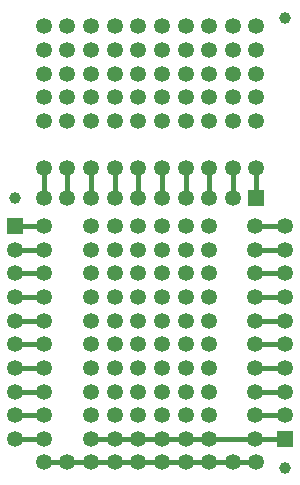
<source format=gtl>
G75*
G70*
%OFA0B0*%
%FSLAX24Y24*%
%IPPOS*%
%LPD*%
%AMOC8*
5,1,8,0,0,1.08239X$1,22.5*
%
%ADD10C,0.0394*%
%ADD11R,0.0530X0.0530*%
%ADD12C,0.0530*%
%ADD13C,0.0160*%
D10*
X002123Y011385D03*
X011123Y017385D03*
X011123Y002385D03*
D11*
X011123Y003341D03*
X010166Y011385D03*
X002123Y010428D03*
D12*
X002123Y003341D03*
X002123Y004129D03*
X002123Y004916D03*
X002123Y005704D03*
X002123Y006491D03*
X002123Y007278D03*
X002123Y008066D03*
X002123Y008853D03*
X002123Y009641D03*
X003079Y009641D03*
X003079Y010428D03*
X003079Y011385D03*
X003079Y012369D03*
X003867Y012369D03*
X003867Y011385D03*
X004654Y011385D03*
X004654Y010428D03*
X004654Y009641D03*
X004654Y008853D03*
X004654Y008066D03*
X004654Y007278D03*
X004654Y006491D03*
X004654Y005704D03*
X004654Y004916D03*
X004654Y004129D03*
X004654Y003341D03*
X004654Y002554D03*
X003867Y002554D03*
X003079Y002554D03*
X003079Y003341D03*
X003079Y004129D03*
X003079Y004916D03*
X003079Y005704D03*
X003079Y006491D03*
X003079Y007278D03*
X003079Y008066D03*
X003079Y008853D03*
X004654Y012369D03*
X005442Y012369D03*
X005442Y011385D03*
X005442Y010428D03*
X005442Y009641D03*
X005442Y008853D03*
X005442Y008066D03*
X005442Y007278D03*
X005442Y006491D03*
X005442Y005704D03*
X005442Y004916D03*
X005442Y004129D03*
X005442Y003341D03*
X005442Y002554D03*
X006229Y002554D03*
X006229Y003341D03*
X006229Y004129D03*
X006229Y004916D03*
X006229Y005704D03*
X006229Y006491D03*
X006229Y007278D03*
X006229Y008066D03*
X006229Y008853D03*
X006229Y009641D03*
X006229Y010428D03*
X006229Y011385D03*
X006229Y012369D03*
X007016Y012369D03*
X007016Y011385D03*
X007016Y010428D03*
X007016Y009641D03*
X007016Y008853D03*
X007016Y008066D03*
X007016Y007278D03*
X007016Y006491D03*
X007016Y005704D03*
X007016Y004916D03*
X007016Y004129D03*
X007016Y003341D03*
X007016Y002554D03*
X007804Y002554D03*
X007804Y003341D03*
X007804Y004129D03*
X007804Y004916D03*
X007804Y005704D03*
X007804Y006491D03*
X007804Y007278D03*
X007804Y008066D03*
X007804Y008853D03*
X007804Y009641D03*
X007804Y010428D03*
X007804Y011385D03*
X007804Y012369D03*
X008591Y012369D03*
X008591Y011385D03*
X008591Y010428D03*
X008591Y009641D03*
X008591Y008853D03*
X008591Y008066D03*
X008591Y007278D03*
X008591Y006491D03*
X008591Y005704D03*
X008591Y004916D03*
X008591Y004129D03*
X008591Y003341D03*
X008591Y002554D03*
X009379Y002554D03*
X010123Y003341D03*
X010123Y004129D03*
X010123Y004916D03*
X010123Y005704D03*
X010123Y006491D03*
X010123Y007278D03*
X010123Y008066D03*
X010123Y008853D03*
X010123Y009641D03*
X010123Y010428D03*
X009379Y011385D03*
X009379Y012369D03*
X010166Y012369D03*
X010166Y013944D03*
X010166Y014731D03*
X010166Y015519D03*
X010166Y016306D03*
X010166Y017093D03*
X009379Y017093D03*
X009379Y016306D03*
X009379Y015519D03*
X009379Y014731D03*
X009379Y013944D03*
X008591Y013944D03*
X008591Y014731D03*
X008591Y015519D03*
X008591Y016306D03*
X008591Y017093D03*
X007804Y017093D03*
X007804Y016306D03*
X007804Y015519D03*
X007804Y014731D03*
X007804Y013944D03*
X007016Y013944D03*
X007016Y014731D03*
X007016Y015519D03*
X007016Y016306D03*
X007016Y017093D03*
X006229Y017093D03*
X006229Y016306D03*
X006229Y015519D03*
X006229Y014731D03*
X006229Y013944D03*
X005442Y013944D03*
X005442Y014731D03*
X005442Y015519D03*
X005442Y016306D03*
X005442Y017093D03*
X004654Y017093D03*
X004654Y016306D03*
X004654Y015519D03*
X004654Y014731D03*
X004654Y013944D03*
X003867Y013944D03*
X003867Y014731D03*
X003867Y015519D03*
X003867Y016306D03*
X003867Y017093D03*
X003079Y017093D03*
X003079Y016306D03*
X003079Y015519D03*
X003079Y014731D03*
X003079Y013944D03*
X010166Y002554D03*
X011123Y004129D03*
X011123Y004916D03*
X011123Y005704D03*
X011123Y006491D03*
X011123Y007278D03*
X011123Y008066D03*
X011123Y008853D03*
X011123Y009641D03*
X011123Y010428D03*
D13*
X010123Y010428D01*
X010123Y009641D02*
X011123Y009641D01*
X011123Y008853D02*
X010123Y008853D01*
X010123Y008066D02*
X011123Y008066D01*
X011123Y007278D02*
X010123Y007278D01*
X010123Y006491D02*
X011123Y006491D01*
X011123Y005704D02*
X010123Y005704D01*
X010123Y004916D02*
X011123Y004916D01*
X011123Y004129D02*
X010123Y004129D01*
X011123Y003341D02*
X004654Y003341D01*
X004654Y002554D02*
X003867Y002554D01*
X003079Y002554D01*
X003079Y003341D02*
X002123Y003341D01*
X002123Y004129D02*
X003079Y004129D01*
X003079Y004916D02*
X002123Y004916D01*
X002123Y005704D02*
X003079Y005704D01*
X003079Y006491D02*
X002123Y006491D01*
X002123Y007278D02*
X003079Y007278D01*
X003079Y008066D02*
X002123Y008066D01*
X002123Y008853D02*
X003079Y008853D01*
X003079Y009641D02*
X002123Y009641D01*
X002123Y010428D02*
X003079Y010428D01*
X003079Y011385D02*
X003079Y012369D01*
X003867Y012369D02*
X003867Y011385D01*
X004654Y011385D02*
X004654Y012369D01*
X005442Y012369D02*
X005442Y011385D01*
X006229Y011385D02*
X006229Y012369D01*
X007016Y012369D02*
X007016Y011385D01*
X007804Y011385D02*
X007804Y012369D01*
X008591Y012369D02*
X008591Y011385D01*
X009379Y011385D02*
X009379Y012369D01*
X010166Y012369D02*
X010166Y011385D01*
X010166Y002554D02*
X009379Y002554D01*
X008591Y002554D01*
X007804Y002554D01*
X007016Y002554D01*
X006229Y002554D01*
X005442Y002554D01*
X004654Y002554D01*
M02*

</source>
